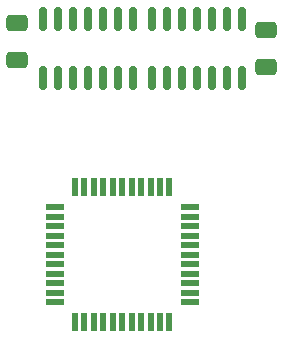
<source format=gbr>
%TF.GenerationSoftware,KiCad,Pcbnew,8.0.7-8.0.7-0~ubuntu22.04.1*%
%TF.CreationDate,2024-12-25T22:08:59+01:00*%
%TF.ProjectId,IEC_Extension,4945435f-4578-4746-956e-73696f6e2e6b,rev?*%
%TF.SameCoordinates,Original*%
%TF.FileFunction,Paste,Top*%
%TF.FilePolarity,Positive*%
%FSLAX46Y46*%
G04 Gerber Fmt 4.6, Leading zero omitted, Abs format (unit mm)*
G04 Created by KiCad (PCBNEW 8.0.7-8.0.7-0~ubuntu22.04.1) date 2024-12-25 22:08:59*
%MOMM*%
%LPD*%
G01*
G04 APERTURE LIST*
G04 Aperture macros list*
%AMRoundRect*
0 Rectangle with rounded corners*
0 $1 Rounding radius*
0 $2 $3 $4 $5 $6 $7 $8 $9 X,Y pos of 4 corners*
0 Add a 4 corners polygon primitive as box body*
4,1,4,$2,$3,$4,$5,$6,$7,$8,$9,$2,$3,0*
0 Add four circle primitives for the rounded corners*
1,1,$1+$1,$2,$3*
1,1,$1+$1,$4,$5*
1,1,$1+$1,$6,$7*
1,1,$1+$1,$8,$9*
0 Add four rect primitives between the rounded corners*
20,1,$1+$1,$2,$3,$4,$5,0*
20,1,$1+$1,$4,$5,$6,$7,0*
20,1,$1+$1,$6,$7,$8,$9,0*
20,1,$1+$1,$8,$9,$2,$3,0*%
G04 Aperture macros list end*
%ADD10R,1.500000X0.550000*%
%ADD11R,0.550000X1.500000*%
%ADD12RoundRect,0.250000X-0.650000X0.412500X-0.650000X-0.412500X0.650000X-0.412500X0.650000X0.412500X0*%
%ADD13RoundRect,0.150000X0.150000X-0.825000X0.150000X0.825000X-0.150000X0.825000X-0.150000X-0.825000X0*%
G04 APERTURE END LIST*
D10*
%TO.C,U3*%
X217807000Y-59642000D03*
X217807000Y-60442000D03*
X217807000Y-61242000D03*
X217807000Y-62042000D03*
X217807000Y-62842000D03*
X217807000Y-63642000D03*
X217807000Y-64442000D03*
X217807000Y-65242000D03*
X217807000Y-66042000D03*
X217807000Y-66842000D03*
X217807000Y-67642000D03*
D11*
X219507000Y-69342000D03*
X220307000Y-69342000D03*
X221107000Y-69342000D03*
X221907000Y-69342000D03*
X222707000Y-69342000D03*
X223507000Y-69342000D03*
X224307000Y-69342000D03*
X225107000Y-69342000D03*
X225907000Y-69342000D03*
X226707000Y-69342000D03*
X227507000Y-69342000D03*
D10*
X229207000Y-67642000D03*
X229207000Y-66842000D03*
X229207000Y-66042000D03*
X229207000Y-65242000D03*
X229207000Y-64442000D03*
X229207000Y-63642000D03*
X229207000Y-62842000D03*
X229207000Y-62042000D03*
X229207000Y-61242000D03*
X229207000Y-60442000D03*
X229207000Y-59642000D03*
D11*
X227507000Y-57942000D03*
X226707000Y-57942000D03*
X225907000Y-57942000D03*
X225107000Y-57942000D03*
X224307000Y-57942000D03*
X223507000Y-57942000D03*
X222707000Y-57942000D03*
X221907000Y-57942000D03*
X221107000Y-57942000D03*
X220307000Y-57942000D03*
X219507000Y-57942000D03*
%TD*%
D12*
%TO.C,C2*%
X214630000Y-44030500D03*
X214630000Y-47155500D03*
%TD*%
%TO.C,C1*%
X235712000Y-44627000D03*
X235712000Y-47752000D03*
%TD*%
D13*
%TO.C,U1*%
X226060000Y-48638000D03*
X227330000Y-48638000D03*
X228600000Y-48638000D03*
X229870000Y-48638000D03*
X231140000Y-48638000D03*
X232410000Y-48638000D03*
X233680000Y-48638000D03*
X233680000Y-43688000D03*
X232410000Y-43688000D03*
X231140000Y-43688000D03*
X229870000Y-43688000D03*
X228600000Y-43688000D03*
X227330000Y-43688000D03*
X226060000Y-43688000D03*
%TD*%
%TO.C,U2*%
X216789000Y-43688000D03*
X218059000Y-43688000D03*
X219329000Y-43688000D03*
X220599000Y-43688000D03*
X221869000Y-43688000D03*
X223139000Y-43688000D03*
X224409000Y-43688000D03*
X224409000Y-48638000D03*
X223139000Y-48638000D03*
X221869000Y-48638000D03*
X220599000Y-48638000D03*
X219329000Y-48638000D03*
X218059000Y-48638000D03*
X216789000Y-48638000D03*
%TD*%
M02*

</source>
